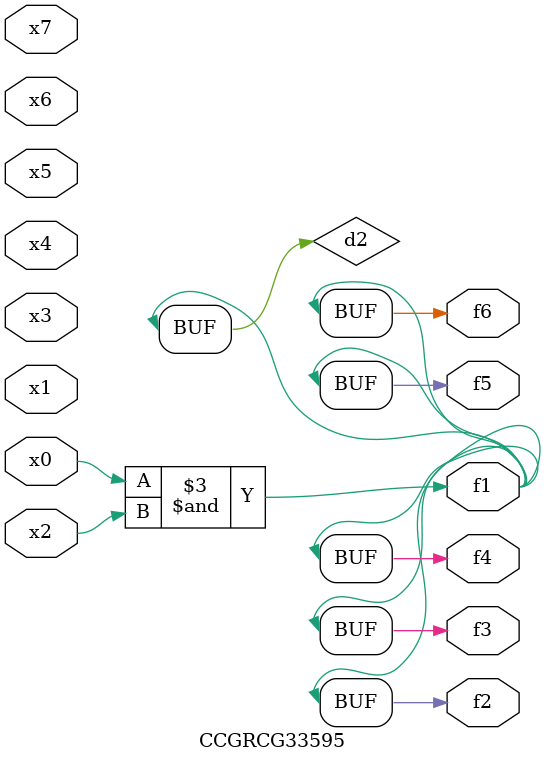
<source format=v>
module CCGRCG33595(
	input x0, x1, x2, x3, x4, x5, x6, x7,
	output f1, f2, f3, f4, f5, f6
);

	wire d1, d2;

	nor (d1, x3, x6);
	and (d2, x0, x2);
	assign f1 = d2;
	assign f2 = d2;
	assign f3 = d2;
	assign f4 = d2;
	assign f5 = d2;
	assign f6 = d2;
endmodule

</source>
